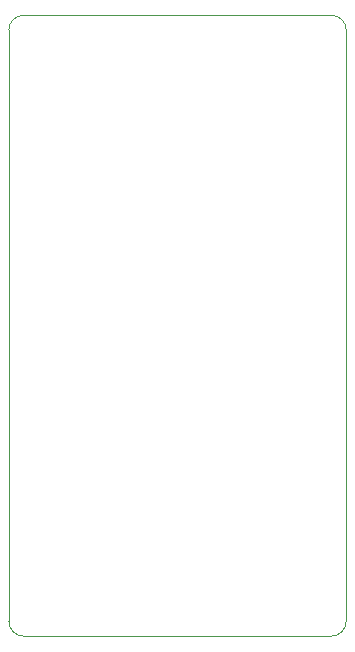
<source format=gbr>
%TF.GenerationSoftware,KiCad,Pcbnew,(5.1.9)-1*%
%TF.CreationDate,2021-05-16T17:17:01+01:00*%
%TF.ProjectId,top,746f702e-6b69-4636-9164-5f7063625858,rev?*%
%TF.SameCoordinates,Original*%
%TF.FileFunction,Profile,NP*%
%FSLAX46Y46*%
G04 Gerber Fmt 4.6, Leading zero omitted, Abs format (unit mm)*
G04 Created by KiCad (PCBNEW (5.1.9)-1) date 2021-05-16 17:17:01*
%MOMM*%
%LPD*%
G01*
G04 APERTURE LIST*
%TA.AperFunction,Profile*%
%ADD10C,0.050000*%
%TD*%
G04 APERTURE END LIST*
D10*
X134874000Y-90424000D02*
G75*
G02*
X136144000Y-89154000I1270000J0D01*
G01*
X162179000Y-89154000D02*
X136144000Y-89154000D01*
X134874000Y-90424000D02*
X134874000Y-140462000D01*
X163449000Y-140462000D02*
X163449000Y-90424000D01*
X163449000Y-140462000D02*
G75*
G02*
X162179000Y-141732000I-1270000J0D01*
G01*
X136144000Y-141732000D02*
G75*
G02*
X134874000Y-140462000I0J1270000D01*
G01*
X136144000Y-141732000D02*
X162179000Y-141732000D01*
X162179000Y-89154000D02*
G75*
G02*
X163449000Y-90424000I0J-1270000D01*
G01*
M02*

</source>
